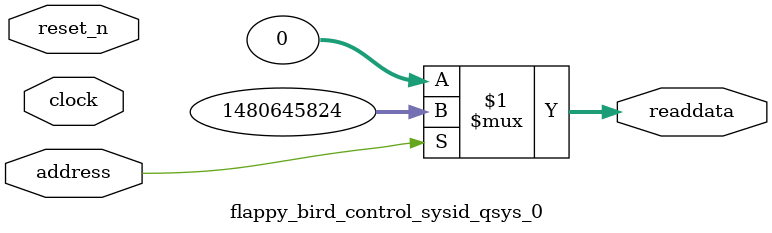
<source format=v>

`timescale 1ns / 1ps
// synthesis translate_on

// turn off superfluous verilog processor warnings 
// altera message_level Level1 
// altera message_off 10034 10035 10036 10037 10230 10240 10030 

module flappy_bird_control_sysid_qsys_0 (
               // inputs:
                address,
                clock,
                reset_n,

               // outputs:
                readdata
             )
;

  output  [ 31: 0] readdata;
  input            address;
  input            clock;
  input            reset_n;

  wire    [ 31: 0] readdata;
  //control_slave, which is an e_avalon_slave
  assign readdata = address ? 1480645824 : 0;

endmodule




</source>
